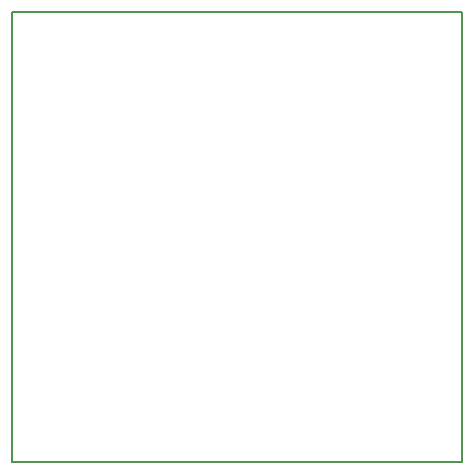
<source format=gbr>
G04 #@! TF.FileFunction,Profile,NP*
%FSLAX46Y46*%
G04 Gerber Fmt 4.6, Leading zero omitted, Abs format (unit mm)*
G04 Created by KiCad (PCBNEW no-vcs-found-undefined) date Sun Oct 23 13:20:11 2016*
%MOMM*%
%LPD*%
G01*
G04 APERTURE LIST*
%ADD10C,0.100000*%
%ADD11C,0.150000*%
G04 APERTURE END LIST*
D10*
D11*
X160020000Y-68580000D02*
X121920000Y-68580000D01*
X160020000Y-106680000D02*
X160020000Y-68580000D01*
X121920000Y-106680000D02*
X160020000Y-106680000D01*
X121920000Y-68580000D02*
X121920000Y-106680000D01*
M02*

</source>
